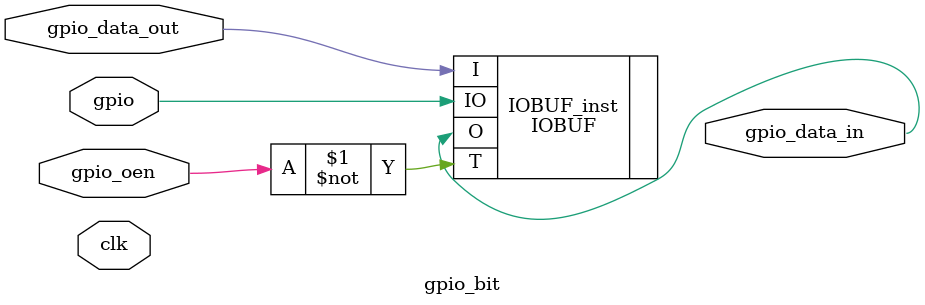
<source format=v>

module gpio_bit (/*AUTOARG*/
   // Outputs
   gpio_data_in,
   // Inouts
   gpio,
   // Inputs
   clk, gpio_oen, gpio_data_out
   ) ;

   input clk;           

   input gpio_oen;
   input gpio_data_out;
   output gpio_data_in;

   inout  gpio;
   
   wire   gpio_data_in;
   wire   temp;
   
   //
   // If gpio_oen (Output ENable) is high, drive the
   // GPIO pin with the data from the CPU
   //
   //assign gpio = (gpio_oen) ? gpio_data_out : 1'bz;


   //
   // If gpio_oen (Output ENable) is low, sample the input
   // from the GPIO on every clock edge and send back to CPU
   //
   //assign gpio_data_in = (!gpio_oen) ? gpio : 1'bz;
   

   IOBUF  IOBUF_inst (
                         .O(gpio_data_in), // Buffer output
                         .IO(gpio), // Buffer inout port (connect directly to top-level port)
                         .I(gpio_data_out), // Buffer input
                         .T(~gpio_oen) // 3-state enable input, high=input, low=output
                         );
   
endmodule // gpio_bit

</source>
